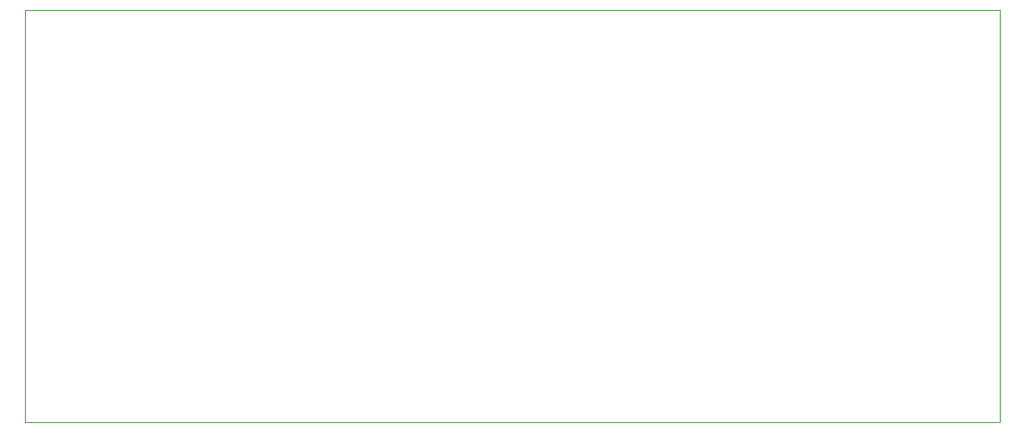
<source format=gbr>
G04 #@! TF.GenerationSoftware,KiCad,Pcbnew,5.1.7-a382d34a8~87~ubuntu16.04.1*
G04 #@! TF.CreationDate,2021-01-02T19:07:06+01:00*
G04 #@! TF.ProjectId,basic-bipolar-input-eurorack-power-supply,62617369-632d-4626-9970-6f6c61722d69,rev?*
G04 #@! TF.SameCoordinates,Original*
G04 #@! TF.FileFunction,Profile,NP*
%FSLAX46Y46*%
G04 Gerber Fmt 4.6, Leading zero omitted, Abs format (unit mm)*
G04 Created by KiCad (PCBNEW 5.1.7-a382d34a8~87~ubuntu16.04.1) date 2021-01-02 19:07:06*
%MOMM*%
%LPD*%
G01*
G04 APERTURE LIST*
G04 #@! TA.AperFunction,Profile*
%ADD10C,0.050000*%
G04 #@! TD*
G04 APERTURE END LIST*
D10*
X12700000Y0D02*
X111760000Y0D01*
X111760000Y0D02*
X111760000Y-41910000D01*
X111760000Y-41910000D02*
X12700000Y-41910000D01*
X12700000Y-41910000D02*
X12700000Y0D01*
M02*

</source>
